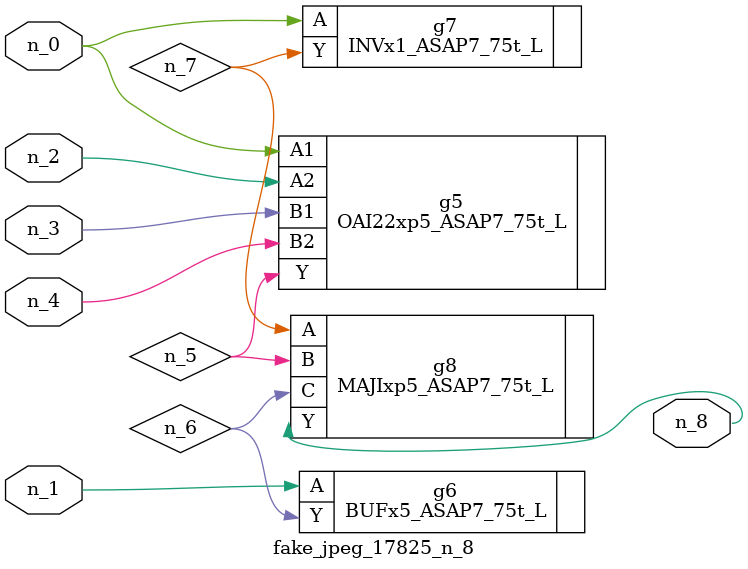
<source format=v>
module fake_jpeg_17825_n_8 (n_3, n_2, n_1, n_0, n_4, n_8);

input n_3;
input n_2;
input n_1;
input n_0;
input n_4;

output n_8;

wire n_6;
wire n_5;
wire n_7;

OAI22xp5_ASAP7_75t_L g5 ( 
.A1(n_0),
.A2(n_2),
.B1(n_3),
.B2(n_4),
.Y(n_5)
);

BUFx5_ASAP7_75t_L g6 ( 
.A(n_1),
.Y(n_6)
);

INVx1_ASAP7_75t_L g7 ( 
.A(n_0),
.Y(n_7)
);

MAJIxp5_ASAP7_75t_L g8 ( 
.A(n_7),
.B(n_5),
.C(n_6),
.Y(n_8)
);


endmodule
</source>
